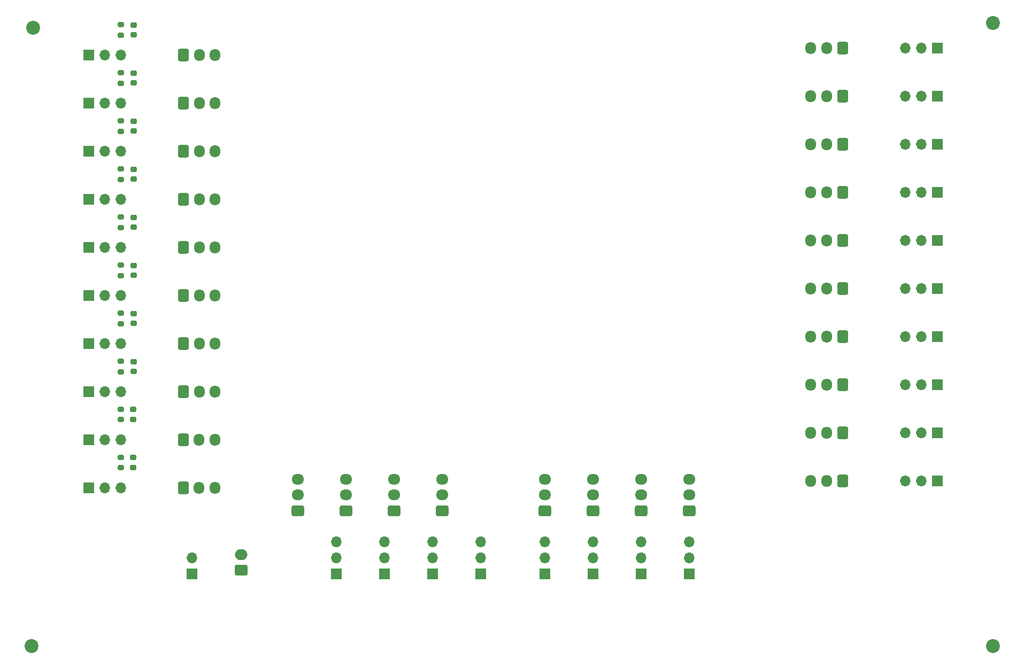
<source format=gbr>
%TF.GenerationSoftware,KiCad,Pcbnew,6.0.11-2627ca5db0~126~ubuntu22.04.1*%
%TF.CreationDate,2023-05-12T19:19:22-07:00*%
%TF.ProjectId,Roborio board,526f626f-7269-46f2-9062-6f6172642e6b,rev?*%
%TF.SameCoordinates,Original*%
%TF.FileFunction,Soldermask,Top*%
%TF.FilePolarity,Negative*%
%FSLAX46Y46*%
G04 Gerber Fmt 4.6, Leading zero omitted, Abs format (unit mm)*
G04 Created by KiCad (PCBNEW 6.0.11-2627ca5db0~126~ubuntu22.04.1) date 2023-05-12 19:19:22*
%MOMM*%
%LPD*%
G01*
G04 APERTURE LIST*
G04 Aperture macros list*
%AMRoundRect*
0 Rectangle with rounded corners*
0 $1 Rounding radius*
0 $2 $3 $4 $5 $6 $7 $8 $9 X,Y pos of 4 corners*
0 Add a 4 corners polygon primitive as box body*
4,1,4,$2,$3,$4,$5,$6,$7,$8,$9,$2,$3,0*
0 Add four circle primitives for the rounded corners*
1,1,$1+$1,$2,$3*
1,1,$1+$1,$4,$5*
1,1,$1+$1,$6,$7*
1,1,$1+$1,$8,$9*
0 Add four rect primitives between the rounded corners*
20,1,$1+$1,$2,$3,$4,$5,0*
20,1,$1+$1,$4,$5,$6,$7,0*
20,1,$1+$1,$6,$7,$8,$9,0*
20,1,$1+$1,$8,$9,$2,$3,0*%
G04 Aperture macros list end*
%ADD10RoundRect,0.250000X0.600000X0.725000X-0.600000X0.725000X-0.600000X-0.725000X0.600000X-0.725000X0*%
%ADD11O,1.700000X1.950000*%
%ADD12RoundRect,0.250000X-0.600000X-0.725000X0.600000X-0.725000X0.600000X0.725000X-0.600000X0.725000X0*%
%ADD13RoundRect,0.250000X0.725000X-0.600000X0.725000X0.600000X-0.725000X0.600000X-0.725000X-0.600000X0*%
%ADD14O,1.950000X1.700000*%
%ADD15RoundRect,0.200000X0.275000X-0.200000X0.275000X0.200000X-0.275000X0.200000X-0.275000X-0.200000X0*%
%ADD16C,2.200000*%
%ADD17RoundRect,0.218750X0.256250X-0.218750X0.256250X0.218750X-0.256250X0.218750X-0.256250X-0.218750X0*%
%ADD18RoundRect,0.250000X0.750000X-0.600000X0.750000X0.600000X-0.750000X0.600000X-0.750000X-0.600000X0*%
%ADD19O,2.000000X1.700000*%
%ADD20R,1.700000X1.700000*%
%ADD21O,1.700000X1.700000*%
G04 APERTURE END LIST*
D10*
%TO.C,J43*%
X186434100Y-50221800D03*
D11*
X183934100Y-50221800D03*
X181434100Y-50221800D03*
%TD*%
D12*
%TO.C,J17*%
X82083100Y-104704400D03*
D11*
X84583100Y-104704400D03*
X87083100Y-104704400D03*
%TD*%
D13*
%TO.C,J37*%
X162191100Y-123559200D03*
D14*
X162191100Y-121059200D03*
X162191100Y-118559200D03*
%TD*%
D15*
%TO.C,R2*%
X72163100Y-63429400D03*
X72163100Y-61779400D03*
%TD*%
D10*
%TO.C,J47*%
X186434100Y-80701800D03*
D11*
X183934100Y-80701800D03*
X181434100Y-80701800D03*
%TD*%
D10*
%TO.C,J53*%
X186434100Y-88321800D03*
D11*
X183934100Y-88321800D03*
X181434100Y-88321800D03*
%TD*%
D13*
%TO.C,J26*%
X100225000Y-123559200D03*
D14*
X100225000Y-121059200D03*
X100225000Y-118559200D03*
%TD*%
D13*
%TO.C,J28*%
X115465000Y-123559200D03*
D14*
X115465000Y-121059200D03*
X115465000Y-118559200D03*
%TD*%
D12*
%TO.C,J11*%
X82083100Y-58984400D03*
D11*
X84583100Y-58984400D03*
X87083100Y-58984400D03*
%TD*%
D16*
%TO.C,REF\u002A\u002A*%
X210250000Y-46250000D03*
%TD*%
D10*
%TO.C,J45*%
X186434100Y-65461800D03*
D11*
X183934100Y-65461800D03*
X181434100Y-65461800D03*
%TD*%
D12*
%TO.C,J16*%
X82083100Y-97084400D03*
D11*
X84583100Y-97084400D03*
X87083100Y-97084400D03*
%TD*%
D13*
%TO.C,J34*%
X139331100Y-123559200D03*
D14*
X139331100Y-121059200D03*
X139331100Y-118559200D03*
%TD*%
D16*
%TO.C,REF\u002A\u002A*%
X58000000Y-145000000D03*
X58000000Y-145000000D03*
X58000000Y-145000000D03*
X58000000Y-145000000D03*
%TD*%
D15*
%TO.C,R7*%
X72163100Y-101529400D03*
X72163100Y-99879400D03*
%TD*%
D10*
%TO.C,J57*%
X186434100Y-118801800D03*
D11*
X183934100Y-118801800D03*
X181434100Y-118801800D03*
%TD*%
D16*
%TO.C,REF\u002A\u002A*%
X58250000Y-47000000D03*
%TD*%
D12*
%TO.C,J18*%
X82068100Y-112299400D03*
D11*
X84568100Y-112299400D03*
X87068100Y-112299400D03*
%TD*%
D17*
%TO.C,D9*%
X74148100Y-116706900D03*
X74148100Y-115131900D03*
%TD*%
D13*
%TO.C,J27*%
X107845000Y-123559200D03*
D14*
X107845000Y-121059200D03*
X107845000Y-118559200D03*
%TD*%
D15*
%TO.C,R6*%
X72163100Y-93909400D03*
X72163100Y-92259400D03*
%TD*%
D12*
%TO.C,J12*%
X82083100Y-66604400D03*
D11*
X84583100Y-66604400D03*
X87083100Y-66604400D03*
%TD*%
D17*
%TO.C,D1*%
X74163100Y-55771900D03*
X74163100Y-54196900D03*
%TD*%
D15*
%TO.C,R1*%
X72163100Y-55809400D03*
X72163100Y-54159400D03*
%TD*%
D17*
%TO.C,D4*%
X74163100Y-78631900D03*
X74163100Y-77056900D03*
%TD*%
D12*
%TO.C,J19*%
X82068100Y-119919400D03*
D11*
X84568100Y-119919400D03*
X87068100Y-119919400D03*
%TD*%
D18*
%TO.C,J21*%
X91225000Y-133000000D03*
D19*
X91225000Y-130500000D03*
%TD*%
D12*
%TO.C,J15*%
X82083100Y-89464400D03*
D11*
X84583100Y-89464400D03*
X87083100Y-89464400D03*
%TD*%
D15*
%TO.C,R5*%
X72163100Y-86289400D03*
X72163100Y-84639400D03*
%TD*%
D16*
%TO.C,REF\u002A\u002A*%
X210250000Y-145000000D03*
X210250000Y-145000000D03*
X210250000Y-145000000D03*
X210250000Y-145000000D03*
%TD*%
D13*
%TO.C,J35*%
X146951100Y-123559200D03*
D14*
X146951100Y-121059200D03*
X146951100Y-118559200D03*
%TD*%
D15*
%TO.C,R0*%
X72163100Y-48189400D03*
X72163100Y-46539400D03*
%TD*%
D17*
%TO.C,D5*%
X74163100Y-86251900D03*
X74163100Y-84676900D03*
%TD*%
D12*
%TO.C,J13*%
X82083100Y-74224400D03*
D11*
X84583100Y-74224400D03*
X87083100Y-74224400D03*
%TD*%
D15*
%TO.C,R4*%
X72163100Y-78669400D03*
X72163100Y-77019400D03*
%TD*%
D17*
%TO.C,D8*%
X74148100Y-109086900D03*
X74148100Y-107511900D03*
%TD*%
%TO.C,D7*%
X74163100Y-101491900D03*
X74163100Y-99916900D03*
%TD*%
D10*
%TO.C,J55*%
X186434100Y-103561800D03*
D11*
X183934100Y-103561800D03*
X181434100Y-103561800D03*
%TD*%
D10*
%TO.C,J46*%
X186434100Y-73081800D03*
D11*
X183934100Y-73081800D03*
X181434100Y-73081800D03*
%TD*%
D12*
%TO.C,J10*%
X82083100Y-51364400D03*
D11*
X84583100Y-51364400D03*
X87083100Y-51364400D03*
%TD*%
D17*
%TO.C,D2*%
X74163100Y-63391900D03*
X74163100Y-61816900D03*
%TD*%
%TO.C,D0*%
X74163100Y-48151900D03*
X74163100Y-46576900D03*
%TD*%
%TO.C,D6*%
X74163100Y-93871900D03*
X74163100Y-92296900D03*
%TD*%
D12*
%TO.C,J14*%
X82083100Y-81844400D03*
D11*
X84583100Y-81844400D03*
X87083100Y-81844400D03*
%TD*%
D15*
%TO.C,R9*%
X72148100Y-116744400D03*
X72148100Y-115094400D03*
%TD*%
D13*
%TO.C,J29*%
X123085000Y-123559200D03*
D14*
X123085000Y-121059200D03*
X123085000Y-118559200D03*
%TD*%
D17*
%TO.C,D3*%
X74163100Y-71011900D03*
X74163100Y-69436900D03*
%TD*%
D15*
%TO.C,R3*%
X72163100Y-71049400D03*
X72163100Y-69399400D03*
%TD*%
D10*
%TO.C,J54*%
X186434100Y-95941800D03*
D11*
X183934100Y-95941800D03*
X181434100Y-95941800D03*
%TD*%
D13*
%TO.C,J36*%
X154571100Y-123559200D03*
D14*
X154571100Y-121059200D03*
X154571100Y-118559200D03*
%TD*%
D15*
%TO.C,R8*%
X72148100Y-109124400D03*
X72148100Y-107474400D03*
%TD*%
D10*
%TO.C,J44*%
X186434100Y-57841800D03*
D11*
X183934100Y-57841800D03*
X181434100Y-57841800D03*
%TD*%
D10*
%TO.C,J56*%
X186434100Y-111181800D03*
D11*
X183934100Y-111181800D03*
X181434100Y-111181800D03*
%TD*%
D20*
%TO.C,J7*%
X67083100Y-104704400D03*
D21*
X69623100Y-104704400D03*
X72163100Y-104704400D03*
%TD*%
D20*
%TO.C,J25*%
X129171100Y-133559200D03*
D21*
X129171100Y-131019200D03*
X129171100Y-128479200D03*
%TD*%
D20*
%TO.C,J8*%
X67068100Y-112299400D03*
D21*
X69608100Y-112299400D03*
X72148100Y-112299400D03*
%TD*%
D20*
%TO.C,J50*%
X201434100Y-103561800D03*
D21*
X198894100Y-103561800D03*
X196354100Y-103561800D03*
%TD*%
D20*
%TO.C,J32*%
X154571100Y-133559200D03*
D21*
X154571100Y-131019200D03*
X154571100Y-128479200D03*
%TD*%
D20*
%TO.C,J24*%
X121551100Y-133559200D03*
D21*
X121551100Y-131019200D03*
X121551100Y-128479200D03*
%TD*%
D20*
%TO.C,J6*%
X67083100Y-97084400D03*
D21*
X69623100Y-97084400D03*
X72163100Y-97084400D03*
%TD*%
D20*
%TO.C,J52*%
X201434100Y-118801800D03*
D21*
X198894100Y-118801800D03*
X196354100Y-118801800D03*
%TD*%
D20*
%TO.C,J33*%
X162191100Y-133559200D03*
D21*
X162191100Y-131019200D03*
X162191100Y-128479200D03*
%TD*%
D20*
%TO.C,J49*%
X201434100Y-95941800D03*
D21*
X198894100Y-95941800D03*
X196354100Y-95941800D03*
%TD*%
D20*
%TO.C,J41*%
X201434100Y-73081800D03*
D21*
X198894100Y-73081800D03*
X196354100Y-73081800D03*
%TD*%
D20*
%TO.C,J0*%
X67083100Y-51364400D03*
D21*
X69623100Y-51364400D03*
X72163100Y-51364400D03*
%TD*%
D20*
%TO.C,J1*%
X67083100Y-58984400D03*
D21*
X69623100Y-58984400D03*
X72163100Y-58984400D03*
%TD*%
D20*
%TO.C,J20*%
X83425700Y-133559200D03*
D21*
X83425700Y-131019200D03*
%TD*%
D20*
%TO.C,J31*%
X146951100Y-133559200D03*
D21*
X146951100Y-131019200D03*
X146951100Y-128479200D03*
%TD*%
D20*
%TO.C,J42*%
X201434100Y-80701800D03*
D21*
X198894100Y-80701800D03*
X196354100Y-80701800D03*
%TD*%
D20*
%TO.C,J23*%
X113931100Y-133559200D03*
D21*
X113931100Y-131019200D03*
X113931100Y-128479200D03*
%TD*%
D20*
%TO.C,J4*%
X67083100Y-81844400D03*
D21*
X69623100Y-81844400D03*
X72163100Y-81844400D03*
%TD*%
D20*
%TO.C,J38*%
X201434100Y-50221800D03*
D21*
X198894100Y-50221800D03*
X196354100Y-50221800D03*
%TD*%
D20*
%TO.C,J9*%
X67068100Y-119919400D03*
D21*
X69608100Y-119919400D03*
X72148100Y-119919400D03*
%TD*%
D20*
%TO.C,J39*%
X201434100Y-57841800D03*
D21*
X198894100Y-57841800D03*
X196354100Y-57841800D03*
%TD*%
D20*
%TO.C,J30*%
X139331100Y-133559200D03*
D21*
X139331100Y-131019200D03*
X139331100Y-128479200D03*
%TD*%
D20*
%TO.C,J3*%
X67083100Y-74224400D03*
D21*
X69623100Y-74224400D03*
X72163100Y-74224400D03*
%TD*%
D20*
%TO.C,J48*%
X201434100Y-88321800D03*
D21*
X198894100Y-88321800D03*
X196354100Y-88321800D03*
%TD*%
D20*
%TO.C,J40*%
X201434100Y-65461800D03*
D21*
X198894100Y-65461800D03*
X196354100Y-65461800D03*
%TD*%
D20*
%TO.C,J2*%
X67083100Y-66604400D03*
D21*
X69623100Y-66604400D03*
X72163100Y-66604400D03*
%TD*%
D20*
%TO.C,J51*%
X201434100Y-111181800D03*
D21*
X198894100Y-111181800D03*
X196354100Y-111181800D03*
%TD*%
D20*
%TO.C,J22*%
X106311100Y-133559200D03*
D21*
X106311100Y-131019200D03*
X106311100Y-128479200D03*
%TD*%
D20*
%TO.C,J5*%
X67083100Y-89464400D03*
D21*
X69623100Y-89464400D03*
X72163100Y-89464400D03*
%TD*%
M02*

</source>
